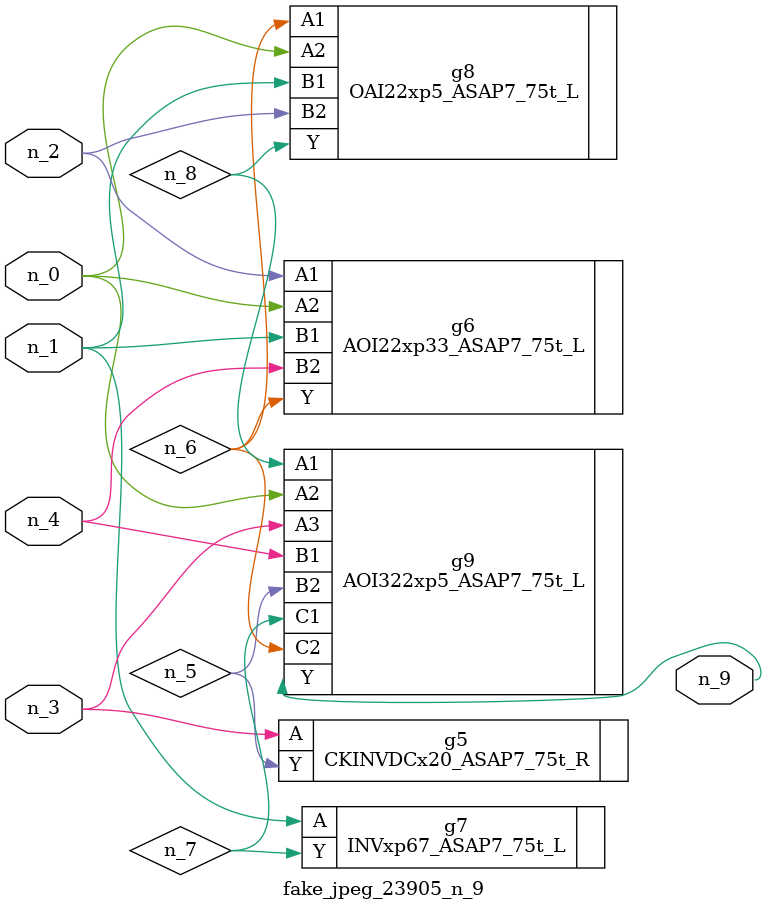
<source format=v>
module fake_jpeg_23905_n_9 (n_3, n_2, n_1, n_0, n_4, n_9);

input n_3;
input n_2;
input n_1;
input n_0;
input n_4;

output n_9;

wire n_8;
wire n_6;
wire n_5;
wire n_7;

CKINVDCx20_ASAP7_75t_R g5 ( 
.A(n_3),
.Y(n_5)
);

AOI22xp33_ASAP7_75t_L g6 ( 
.A1(n_2),
.A2(n_0),
.B1(n_1),
.B2(n_4),
.Y(n_6)
);

INVxp67_ASAP7_75t_L g7 ( 
.A(n_1),
.Y(n_7)
);

OAI22xp5_ASAP7_75t_L g8 ( 
.A1(n_6),
.A2(n_0),
.B1(n_1),
.B2(n_2),
.Y(n_8)
);

AOI322xp5_ASAP7_75t_L g9 ( 
.A1(n_8),
.A2(n_0),
.A3(n_3),
.B1(n_4),
.B2(n_5),
.C1(n_7),
.C2(n_6),
.Y(n_9)
);


endmodule
</source>
